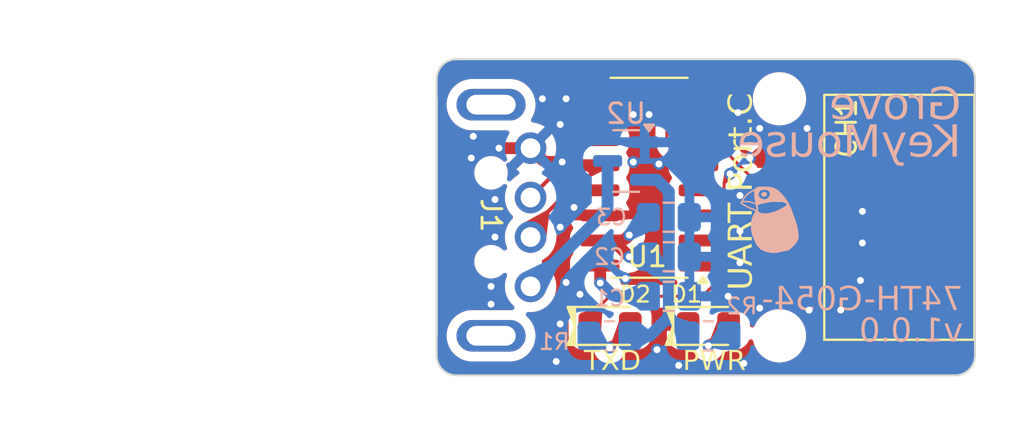
<source format=kicad_pcb>
(kicad_pcb (version 20240108) (generator "pcbnew") (generator_version "8.0")
  (title_block (title "Grove KeyMouse") (rev "v1.0.0") (company "Atsushi Morimoto (@74th)"))
  (layers (0 "F.Cu" signal) (31 "B.Cu" signal) (34 "B.Paste" user) (35 "F.Paste" user) (36 "B.SilkS" user "B.Silkscreen") (37 "F.SilkS" user "F.Silkscreen") (38 "B.Mask" user) (39 "F.Mask" user) (44 "Edge.Cuts" user))
  (net 0 "")
  (net 1 "GND")
  (net 2 "VBUS")
  (net 3 "Net-(U1-V33)")
  (net 4 "/TXD")
  (net 5 "/RXD")
  (net 6 "Net-(D1-A)")
  (net 7 "Net-(D2-A)")
  (net 8 "Net-(J1-VBUS)")
  (net 18 "/USBDM")
  (net 19 "/USBDP")
  (footprint "Package_SO:SOP-16_3.9x9.9mm_P1.27mm" (layer "F.Cu") (at 81 29 180)
    (property "Reference" "U1" (at 0.1 -4 180) (layer "F.SilkS"))
    (property "Value" "CH9329")
    (fp_line (start 0 5.06) (end 1.95 5.06) (stroke (width 0.12)) (layer "F.SilkS"))
    (fp_line (start 0 5.06) (end -1.95 5.06) (stroke (width 0.12)) (layer "F.SilkS"))
    (fp_line (start 0 -5.06) (end 1.95 -5.06) (stroke (width 0.12)) (layer "F.SilkS"))
    (fp_line (start 0 -5.06) (end -1.95 -5.06) (stroke (width 0.12)) (layer "F.SilkS"))
    (fp_poly (pts (xy -2.725 -5.005) (xy -2.965 -5.335) (xy -2.485 -5.335) (xy -2.725 -5.005)) (stroke (width 0.12)) (fill solid) (layer "F.SilkS"))
    (pad "1" smd roundrect (at -2.5 -4.445 180) (size 2 0.6) (layers "F.Cu" "F.Paste" "F.Mask"))
    (pad "2" smd roundrect (at -2.5 -3.175 180) (size 2 0.6) (layers "F.Cu" "F.Paste" "F.Mask"))
    (pad "3" smd roundrect (at -2.5 -1.905 180) (size 2 0.6) (layers "F.Cu" "F.Paste" "F.Mask"))
    (pad "4" smd roundrect (at -2.5 -0.635 180) (size 2 0.6) (layers "F.Cu" "F.Paste" "F.Mask"))
    (pad "5" smd roundrect (at -2.5 0.635 180) (size 2 0.6) (layers "F.Cu" "F.Paste" "F.Mask"))
    (pad "6" smd roundrect (at -2.5 1.905 180) (size 2 0.6) (layers "F.Cu" "F.Paste" "F.Mask"))
    (pad "7" smd roundrect (at -2.5 3.175 180) (size 2 0.6) (layers "F.Cu" "F.Paste" "F.Mask") (net 4 "/TXD"))
    (pad "8" smd roundrect (at -2.5 4.445 180) (size 2 0.6) (layers "F.Cu" "F.Paste" "F.Mask") (net 5 "/RXD"))
    (pad "9" smd roundrect (at 2.5 4.445 180) (size 2 0.6) (layers "F.Cu" "F.Paste" "F.Mask"))
    (pad "10" smd roundrect (at 2.5 3.175 180) (size 2 0.6) (layers "F.Cu" "F.Paste" "F.Mask"))
    (pad "11" smd roundrect (at 2.5 1.905 180) (size 2 0.6) (layers "F.Cu" "F.Paste" "F.Mask"))
    (pad "12" smd roundrect (at 2.5 0.635 180) (size 2 0.6) (layers "F.Cu" "F.Paste" "F.Mask") (net 19 "/USBDP"))
    (pad "13" smd roundrect (at 2.5 -0.635 180) (size 2 0.6) (layers "F.Cu" "F.Paste" "F.Mask") (net 18 "/USBDM"))
    (pad "14" smd roundrect (at 2.5 -1.905 180) (size 2 0.6) (layers "F.Cu" "F.Paste" "F.Mask") (net 1 "GND"))
    (pad "15" smd roundrect (at 2.5 -3.175 180) (size 2 0.6) (layers "F.Cu" "F.Paste" "F.Mask") (net 2 "VBUS"))
    (pad "16" smd roundrect (at 2.5 -4.445 180) (size 2 0.6) (layers "F.Cu" "F.Paste" "F.Mask") (net 3 "Net-(U1-V33)"))
  )
  (footprint "$sparrow62:M2" (layer "F.Cu") (at 87.6 25)
    (property "Reference" "M2" (hide yes))
    (property "Value" "M2")
    (pad "" np_thru_hole circle (at 0 0) (size 2.2 2.2) (drill 2.2) (layers "F&B.Cu" "*.Mask"))
  )
  (footprint "74th:LED_0805_2012" (layer "F.Cu") (at 79.025 36.5)
    (property "Reference" "D2" (at 1.275 -1.6 0) (layer "F.SilkS") (effects (font (size 0.8 0.8) (thickness 0.12))))
    (property "Value" "LED" (hide yes))
    (fp_line (start -1.78 -0.96) (end -1.78 0.96) (stroke (width 0.12)) (layer "F.SilkS"))
    (fp_line (start -1.78 0.96) (end 1 0.96) (stroke (width 0.12)) (layer "F.SilkS"))
    (fp_line (start 1 -0.96) (end -1.78 -0.96) (stroke (width 0.12)) (layer "F.SilkS"))
    (fp_poly (pts (xy -1.78 -0.96) (xy -2.15 -0.96) (xy -1.78 0)) (stroke (width 0.12)) (fill solid) (layer "F.SilkS"))
    (fp_poly (pts (xy -1.78 0.96) (xy -2.15 0.96) (xy -1.78 0)) (stroke (width 0.12)) (fill solid) (layer "F.SilkS"))
    (pad "1" smd roundrect (at -1.025 0) (size 1.15 1.4) (layers "F.Cu" "F.Paste" "F.Mask") (roundrect_rratio 0.217391) (net 4 "/TXD"))
    (pad "2" smd roundrect (at 1.025 0) (size 1.15 1.4) (layers "F.Cu" "F.Paste" "F.Mask") (roundrect_rratio 0.217391) (net 6 "Net-(D1-A)"))
  )
  (footprint "$sparrow62:M2" (layer "F.Cu") (at 87.6 37)
    (property "Reference" "M1" (hide yes))
    (property "Value" "M2")
    (pad "" np_thru_hole circle (at 0 0) (size 2.2 2.2) (drill 2.2) (layers "F&B.Cu" "*.Mask"))
  )
  (footprint "74th:LED_0805_2012" (layer "F.Cu") (at 84 36.5)
    (property "Reference" "D1" (at -1.1 -1.6 0) (layer "F.SilkS") (effects (font (size 0.8 0.8) (thickness 0.12))))
    (property "Value" "Red" (hide yes))
    (fp_line (start -1.78 -0.96) (end -1.78 0.96) (stroke (width 0.12)) (layer "F.SilkS"))
    (fp_line (start -1.78 0.96) (end 1 0.96) (stroke (width 0.12)) (layer "F.SilkS"))
    (fp_line (start 1 -0.96) (end -1.78 -0.96) (stroke (width 0.12)) (layer "F.SilkS"))
    (fp_poly (pts (xy -1.78 -0.96) (xy -2.15 -0.96) (xy -1.78 0)) (stroke (width 0.12)) (fill solid) (layer "F.SilkS"))
    (fp_poly (pts (xy -1.78 0.96) (xy -2.15 0.96) (xy -1.78 0)) (stroke (width 0.12)) (fill solid) (layer "F.SilkS"))
    (pad "1" smd roundrect (at -1.025 0) (size 1.15 1.4) (layers "F.Cu" "F.Paste" "F.Mask") (roundrect_rratio 0.217391) (net 1 "GND"))
    (pad "2" smd roundrect (at 1.025 0) (size 1.15 1.4) (layers "F.Cu" "F.Paste" "F.Mask") (roundrect_rratio 0.217391) (net 7 "Net-(D2-A)"))
  )
  (footprint "74th:Connector_HY-2.0_SMD_4Pin" (layer "F.Cu") (at 88.17 31 90)
    (property "Reference" "CH1" (at 4.5 2.83 90) (layer "F.SilkS"))
    (property "Value" "UART Port.C" (at 1.3 -2.47 90) (layer "F.SilkS") (effects (font (size 1.2 1.2))))
    (fp_rect (start -6.2 1.7) (end 6.2 9.3) (stroke (width 0.12)) (fill none) (layer "F.SilkS"))
    (pad "" smd rect (at -5.4 7.5 270) (size 1.5 3.6) (layers "F.Cu" "F.Paste" "F.Mask"))
    (pad "" smd rect (at 5.4 7.5 270) (size 1.5 3.6) (layers "F.Cu" "F.Paste" "F.Mask"))
    (pad "1" smd rect (at 3 0 270) (size 1 3.4) (layers "F.Cu" "F.Paste" "F.Mask") (net 4 "/TXD"))
    (pad "2" smd rect (at 1 0 270) (size 1 3.4) (layers "F.Cu" "F.Paste" "F.Mask") (net 5 "/RXD"))
    (pad "3" smd rect (at -1 0 270) (size 1 3.4) (layers "F.Cu" "F.Paste" "F.Mask"))
    (pad "4" smd rect (at -3 0 270) (size 1 3.4) (layers "F.Cu" "F.Paste" "F.Mask") (net 1 "GND"))
  )
  (footprint "74th:Connector_USB-A-Plug_TH" (layer "F.Cu") (at 73 31 -90)
    (property "Reference" "J1" (at -0.1 0 -90) (layer "F.SilkS"))
    (property "Value" "USB_TypeA-2.0_Plug")
    (fp_line (start -6 2.75) (end 6 2.75) (stroke (width 0.12)) (layer "Edge.Cuts"))
    (pad "" thru_hole oval (at -5.7 0 270) (size 1.6 3.5) (drill oval 1 2.5) (layers "*.Cu" "*.Mask"))
    (pad "" np_thru_hole circle (at -2.25 0 270) (size 1.2 1.2) (drill 1.2) (layers "F&B.Cu" "*.Mask"))
    (pad "" np_thru_hole circle (at 2.25 0 270) (size 1.2 1.2) (drill 1.2) (layers "F&B.Cu" "*.Mask"))
    (pad "" thru_hole oval (at 6 0 270) (size 1.6 3.5) (drill oval 1 2.5) (layers "*.Cu" "*.Mask"))
    (pad "1" thru_hole circle (at 3.5 -2 270) (size 1.6 1.6) (drill 1) (layers "*.Cu" "*.Mask") (net 8 "Net-(J1-VBUS)"))
    (pad "2" thru_hole circle (at 1 -2 270) (size 1.6 1.6) (drill 1) (layers "*.Cu" "*.Mask") (net 18 "/USBDM"))
    (pad "3" thru_hole circle (at -1 -2 270) (size 1.6 1.6) (drill 1) (layers "*.Cu" "*.Mask") (net 19 "/USBDP"))
    (pad "4" thru_hole circle (at -3.5 -2 270) (size 1.6 1.6) (drill 1) (layers "*.Cu" "*.Mask") (net 1 "GND"))
  )
  (footprint "Package_TO_SOT_SMD:SOT-23" (layer "B.Cu") (at 79.8375 28.15 180)
    (property "Reference" "U2" (at 0 2.4 0) (layer "B.SilkS") (effects (justify mirror)))
    (property "Value" "CH213K")
    (fp_line (start 0.65 1.56) (end 0 1.56) (stroke (width 0.12)) (layer "B.SilkS"))
    (fp_line (start 0.65 -1.56) (end 0 -1.56) (stroke (width 0.12)) (layer "B.SilkS"))
    (fp_line (start -0.65 1.56) (end 0 1.56) (stroke (width 0.12)) (layer "B.SilkS"))
    (fp_line (start -0.65 -1.56) (end 0 -1.56) (stroke (width 0.12)) (layer "B.SilkS"))
    (fp_poly (pts (xy -1.1625 1.51) (xy -1.4025 1.84) (xy -0.9225 1.84) (xy -1.1625 1.51)) (stroke (width 0.12)) (fill solid) (layer "B.SilkS"))
    (pad "1" smd roundrect (at -0.9375 0.95 180) (size 1.475 0.6) (layers "B.Cu" "B.Paste" "B.Mask") (net 1 "GND"))
    (pad "2" smd roundrect (at -0.9375 -0.95 180) (size 1.475 0.6) (layers "B.Cu" "B.Paste" "B.Mask") (net 2 "VBUS"))
    (pad "3" smd roundrect (at 0.9375 0 180) (size 1.475 0.6) (layers "B.Cu" "B.Paste" "B.Mask") (net 8 "Net-(J1-VBUS)"))
  )
  (footprint "74th:Capacitor_0805_2012" (layer "B.Cu") (at 82 35)
    (property "Reference" "C1" (at -3 0.1 0) (layer "B.SilkS") (effects (font (size 0.8 0.8) (thickness 0.12)) (justify mirror)))
    (property "Value" "100n" (hide yes))
    (fp_line (start 0.261252 -0.735) (end -0.261252 -0.735) (stroke (width 0.12)) (layer "B.SilkS"))
    (fp_line (start 0.261252 0.735) (end -0.261252 0.735) (stroke (width 0.12)) (layer "B.SilkS"))
    (pad "1" smd roundrect (at -1.0375 0) (size 1.175 1.45) (layers "B.Cu" "B.Paste" "B.Mask") (roundrect_rratio 0.212766) (net 3 "Net-(U1-V33)"))
    (pad "2" smd roundrect (at 1.0375 0) (size 1.175 1.45) (layers "B.Cu" "B.Paste" "B.Mask") (roundrect_rratio 0.212766) (net 1 "GND"))
  )
  (footprint "74th:Capacitor_0805_2012" (layer "B.Cu") (at 82 31)
    (property "Reference" "C3" (at -2.9 0 0) (layer "B.SilkS") (effects (font (size 0.8 0.8) (thickness 0.12)) (justify mirror)))
    (property "Value" "1u" (hide yes))
    (fp_line (start 0.261252 -0.735) (end -0.261252 -0.735) (stroke (width 0.12)) (layer "B.SilkS"))
    (fp_line (start 0.261252 0.735) (end -0.261252 0.735) (stroke (width 0.12)) (layer "B.SilkS"))
    (pad "1" smd roundrect (at -1.0375 0) (size 1.175 1.45) (layers "B.Cu" "B.Paste" "B.Mask") (roundrect_rratio 0.212766) (net 2 "VBUS"))
    (pad "2" smd roundrect (at 1.0375 0) (size 1.175 1.45) (layers "B.Cu" "B.Paste" "B.Mask") (roundrect_rratio 0.212766) (net 1 "GND"))
  )
  (footprint "74th:Register_0805_2012" (layer "B.Cu") (at 79 37 180)
    (property "Reference" "R1" (at 2.8 -0.3 0) (layer "B.SilkS") (effects (font (size 0.8 0.8) (thickness 0.12)) (justify mirror)))
    (property "Value" "10k" (hide yes))
    (fp_line (start 0.227064 0.735) (end -0.227064 0.735) (stroke (width 0.12)) (layer "B.SilkS"))
    (fp_line (start 0.227064 -0.735) (end -0.227064 -0.735) (stroke (width 0.12)) (layer "B.SilkS"))
    (pad "1" smd roundrect (at -1.0375 0 180) (size 1.175 1.45) (layers "B.Cu" "B.Paste" "B.Mask") (roundrect_rratio 0.208333) (net 2 "VBUS"))
    (pad "2" smd roundrect (at 1.0375 0 180) (size 1.175 1.45) (layers "B.Cu" "B.Paste" "B.Mask") (roundrect_rratio 0.208333) (net 6 "Net-(D1-A)"))
  )
  (footprint "74th:Capacitor_0805_2012" (layer "B.Cu") (at 82 33)
    (property "Reference" "C2" (at -3 0 0) (layer "B.SilkS") (effects (font (size 0.8 0.8) (thickness 0.12)) (justify mirror)))
    (property "Value" "100n" (hide yes))
    (fp_line (start 0.261252 -0.735) (end -0.261252 -0.735) (stroke (width 0.12)) (layer "B.SilkS"))
    (fp_line (start 0.261252 0.735) (end -0.261252 0.735) (stroke (width 0.12)) (layer "B.SilkS"))
    (pad "1" smd roundrect (at -1.0375 0) (size 1.175 1.45) (layers "B.Cu" "B.Paste" "B.Mask") (roundrect_rratio 0.212766) (net 2 "VBUS"))
    (pad "2" smd roundrect (at 1.0375 0) (size 1.175 1.45) (layers "B.Cu" "B.Paste" "B.Mask") (roundrect_rratio 0.212766) (net 1 "GND"))
  )
  (footprint "74th:Register_0805_2012" (layer "B.Cu") (at 84 37)
    (property "Reference" "R2" (at 1.7 -1.5 0) (layer "B.SilkS") (effects (font (size 0.8 0.8) (thickness 0.12)) (justify mirror)))
    (property "Value" "5.1kR" (hide yes))
    (fp_line (start 0.227064 -0.735) (end -0.227064 -0.735) (stroke (width 0.12)) (layer "B.SilkS"))
    (fp_line (start 0.227064 0.735) (end -0.227064 0.735) (stroke (width 0.12)) (layer "B.SilkS"))
    (pad "1" smd roundrect (at -1.0375 0) (size 1.175 1.45) (layers "B.Cu" "B.Paste" "B.Mask") (roundrect_rratio 0.208333) (net 2 "VBUS"))
    (pad "2" smd roundrect (at 1.0375 0) (size 1.175 1.45) (layers "B.Cu" "B.Paste" "B.Mask") (roundrect_rratio 0.208333) (net 7 "Net-(D2-A)"))
  )
  (footprint "74th:Logo_74th_4mm" (layer "B.Cu") (at 87.2 31.3 180)
    (property "Reference" "MISC-ICON" (hide yes))
    (property "Value" "LOGO" (hide yes))
    (fp_poly (pts (xy 0.399165 1.581118) (xy 0.420822 1.576964) (xy 0.439946 1.567833) (xy 0.453666 1.55869) (xy 0.487621 1.530623) (xy 0.508813 1.502115) (xy 0.519752 1.469431) (xy 0.521463 1.457794) (xy 0.523017 1.436743) (xy 0.520177 1.42204) (xy 0.510515 1.408073) (xy 0.491924 1.389535) (xy 0.468598 1.369727) (xy 0.44494 1.353334) (xy 0.432537 1.346784) (xy 0.392312 1.337093) (xy 0.348961 1.338191) (xy 0.309286 1.349718) (xy 0.301534 1.353728) (xy 0.267487 1.378858) (xy 0.246763 1.409139) (xy 0.237154 1.448006) (xy 0.236531 1.454844) (xy 0.239228 1.499629) (xy 0.254394 1.535203) (xy 0.281555 1.561108) (xy 0.320236 1.576886) (xy 0.36846 1.582082)) (fill solid) (layer "B.SilkS"))
    (fp_poly (pts (xy 0.519394 1.851859) (xy 0.58367 1.850197) (xy 0.636187 1.846941) (xy 0.678871 1.841644) (xy 0.713646 1.833862) (xy 0.742438 1.82315) (xy 0.767173 1.809064) (xy 0.789776 1.791158) (xy 0.812173 1.768988) (xy 0.814864 1.766099) (xy 0.83959 1.741489) (xy 0.864419 1.722369) (xy 0.894592 1.705192) (xy 0.927539 1.689828) (xy 1.042763 1.632057) (xy 1.150334 1.564234) (xy 1.247405 1.488246) (xy 1.287831 1.450989) (xy 1.333186 1.403532) (xy 1.378775 1.349886) (xy 1.421345 1.294259) (xy 1.457644 1.240857) (xy 1.480139 1.202263) (xy 1.500112 1.16538) (xy 1.521379 1.12781) (xy 1.54059 1.095412) (xy 1.548323 1.083068) (xy 1.5625 1.059484) (xy 1.571766 1.040912) (xy 1.574217 1.031193) (xy 1.574119 1.030997) (xy 1.57638 1.023359) (xy 1.580126 1.021331) (xy 1.585245 1.019255) (xy 1.586478 1.016385) (xy 1.581976 1.010855) (xy 1.56989 1.000799) (xy 1.548369 0.984351) (xy 1.529048 0.969803) (xy 1.483218 0.937689) (xy 1.425368 0.901051) (xy 1.357915 0.861354) (xy 1.283271 0.820062) (xy 1.273515 0.81484) (xy 1.245891 0.80068) (xy 1.211051 0.783669) (xy 1.171821 0.765089) (xy 1.131026 0.746225) (xy 1.091489 0.728361) (xy 1.056036 0.712778) (xy 1.027492 0.700762) (xy 1.008681 0.693596) (xy 1.003611 0.692201) (xy 0.990335 0.687594) (xy 0.987804 0.685703) (xy 0.977172 0.683677) (xy 0.971952 0.68501) (xy 0.962387 0.684363) (xy 0.960996 0.680811) (xy 0.955303 0.675796) (xy 0.949277 0.676904) (xy 0.939254 0.676347) (xy 0.937557 0.672292) (xy 0.932996 0.666715) (xy 0.930115 0.667781) (xy 0.920337 0.665942) (xy 0.902913 0.656376) (xy 0.887906 0.645841) (xy 0.864545 0.629862) (xy 0.842696 0.617924) (xy 0.832844 0.614209) (xy 0.817868 0.608324) (xy 0.81255 0.60261) (xy 0.816625 0.593608) (xy 0.827533 0.575001) (xy 0.843296 0.550088) (xy 0.851701 0.537314) (xy 0.902322 0.453492) (xy 0.947044 0.363938) (xy 0.983956 0.273072) (xy 1.011144 0.185318) (xy 1.019364 0.149669) (xy 1.028545 0.092127) (xy 1.035472 0.023098) (xy 1.04005 -0.053431) (xy 1.04219 -0.133472) (xy 1.041798 -0.213036) (xy 1.038782 -0.288136) (xy 1.033051 -0.354784) (xy 1.031323 -0.368615) (xy 1.02372 -0.420185) (xy 1.014904 -0.468115) (xy 1.004121 -0.514759) (xy 0.990614 -0.562473) (xy 0.973631 -0.613611) (xy 0.952415 -0.67053) (xy 0.926211 -0.735583) (xy 0.894266 -0.811126) (xy 0.875761 -0.853893) (xy 0.856627 -0.898061) (xy 0.83982 -0.937222) (xy 0.826273 -0.969171) (xy 0.816921 -0.991701) (xy 0.812698 -1.002606) (xy 0.81255 -1.003224) (xy 0.808401 -1.011196) (xy 0.797416 -1.028689) (xy 0.781786 -1.05247) (xy 0.7637 -1.079304) (xy 0.745349 -1.10596) (xy 0.728924 -1.129202) (xy 0.716615 -1.145797) (xy 0.712805 -1.150461) (xy 0.705277 -1.160871) (xy 0.705424 -1.164134) (xy 0.702695 -1.169085) (xy 0.691122 -1.18212) (xy 0.673143 -1.200509) (xy 0.671476 -1.202155) (xy 0.652228 -1.221827) (xy 0.638389 -1.237351) (xy 0.632858 -1.24547) (xy 0.632851 -1.245584) (xy 0.628361 -1.254281) (xy 0.61686 -1.270676) (xy 0.607459 -1.282862) (xy 0.573915 -1.31391) (xy 0.535189 -1.335954) (xy 0.502635 -1.351883) (xy 0.468925 -1.370205) (xy 0.450117 -1.381473) (xy 0.417095 -1.398973) (xy 0.372824 -1.417424) (xy 0.321494 -1.435368) (xy 0.267294 -1.45135) (xy 0.214416 -1.463913) (xy 0.21095 -1.464611) (xy 0.171588 -1.473065) (xy 0.128366 -1.483287) (xy 0.096468 -1.491512) (xy 0.044695 -1.501916) (xy -0.019315 -1.508652) (xy -0.092571 -1.511554) (xy -0.172082 -1.510457) (xy -0.210951 -1.508502) (xy -0.256899 -1.504602) (xy -0.300575 -1.498317) (xy -0.347135 -1.488696) (xy -0.401734 -1.474784) (xy -0.418986 -1.470039) (xy -0.510819 -1.446052) (xy -0.593934 -1.427918) (xy -0.673633 -1.414588) (xy -0.739757 -1.406546) (xy -0.791883 -1.398014) (xy -0.840713 -1.382378) (xy -0.864765 -1.372058) (xy -0.891263 -1.359609) (xy -0.910313 -1.349984) (xy -0.919117 -1.344629) (xy -0.919022 -1.343998) (xy -0.916579 -1.339668) (xy -0.926538 -1.327579) (xy -0.948168 -1.308432) (xy -0.980736 -1.282932) (xy -0.989761 -1.276194) (xy -1.031279 -1.241672) (xy -1.078037 -1.196485) (xy -1.12758 -1.143567) (xy -1.177455 -1.085854) (xy -1.225208 -1.026279) (xy -1.268383 -0.967778) (xy -1.304528 -0.913285) (xy -1.328484 -0.871147) (xy -1.344006 -0.838326) (xy -1.355571 -0.807185) (xy -1.363643 -0.774688) (xy -1.368684 -0.737799) (xy -1.371158 -0.693482) (xy -1.371529 -0.638701) (xy -1.370812 -0.593786) (xy -1.3645 -0.495274) (xy -1.349791 -0.385193) (xy -1.327029 -0.264927) (xy -1.296555 -0.135861) (xy -1.258711 0.000619) (xy -1.213839 0.14313) (xy -1.162282 0.290286) (xy -1.133708 0.366199) (xy -1.116917 0.410584) (xy -1.102569 0.450025) (xy -1.091462 0.482206) (xy -1.084391 0.504808) (xy -1.082152 0.515516) (xy -1.082268 0.515931) (xy -1.080338 0.523654) (xy -1.077893 0.524872) (xy -1.070864 0.533905) (xy -1.068369 0.545072) (xy -1.065091 0.558757) (xy -1.061148 0.562535) (xy -1.058282 0.568328) (xy -1.05974 0.574255) (xy -1.059511 0.584295) (xy -1.055834 0.585974) (xy -1.050819 0.591667) (xy -1.051927 0.597693) (xy -1.051698 0.607734) (xy -1.048021 0.609413) (xy -1.043006 0.615106) (xy -1.044114 0.621132) (xy -1.043885 0.631173) (xy -1.040208 0.632852) (xy -1.035193 0.638545) (xy -1.036302 0.644571) (xy -1.035744 0.654594) (xy -1.031689 0.656291) (xy -1.026246 0.661028) (xy -1.027407 0.664104) (xy -1.027537 0.671336) (xy -1.025264 0.671917) (xy -1.018958 0.6782) (xy -1.018292 0.682846) (xy -1.014597 0.700545) (xy -1.004242 0.729603) (xy -0.988322 0.767813) (xy -0.967932 0.812968) (xy -0.944168 0.862862) (xy -0.918125 0.915287) (xy -0.899237 0.951881) (xy -0.774729 0.951881) (xy -0.7632 0.932436) (xy -0.739381 0.907849) (xy -0.704207 0.878848) (xy -0.658614 0.846165) (xy -0.603536 0.810531) (xy -0.539909 0.772677) (xy -0.492218 0.746031) (xy -0.344691 0.671557) (xy -0.198527 0.609605) (xy -0.055543 0.560901) (xy 0.026786 0.538625) (xy 0.08342 0.52533) (xy 0.130992 0.515599) (xy 0.173946 0.508953) (xy 0.216726 0.504912) (xy 0.263776 0.502993) (xy 0.319541 0.502718) (xy 0.35549 0.503092) (xy 0.405859 0.503989) (xy 0.443625 0.505321) (xy 0.471813 0.507425) (xy 0.493447 0.510636) (xy 0.511549 0.515289) (xy 0.529144 0.521719) (xy 0.531282 0.522592) (xy 0.560488 0.536096) (xy 0.595036 0.554201) (xy 0.626028 0.572139) (xy 0.677803 0.604006) (xy 0.680366 0.670822) (xy 0.765672 0.670822) (xy 0.822316 0.701642) (xy 0.859197 0.719698) (xy 0.900922 0.737134) (xy 0.937557 0.749885) (xy 0.975923 0.762814) (xy 1.02414 0.781359) (xy 1.078255 0.803816) (xy 1.134318 0.828477) (xy 1.188375 0.853638) (xy 1.236473 0.877592) (xy 1.250076 0.884786) (xy 1.292208 0.908007) (xy 1.335254 0.932671) (xy 1.377057 0.957438) (xy 1.415457 0.980966) (xy 1.448293 1.001913) (xy 1.473407 1.018937) (xy 1.488639 1.030698) (xy 1.492279 1.03524) (xy 1.490641 1.044534) (xy 1.48445 1.051484) (xy 1.471789 1.056418) (xy 1.450742 1.059663) (xy 1.419392 1.061547) (xy 1.375822 1.062398) (xy 1.332503 1.062555) (xy 1.257335 1.061575) (xy 1.193652 1.058288) (xy 1.137412 1.052155) (xy 1.084575 1.042637) (xy 1.0311 1.029194) (xy 0.990283 1.016893) (xy 0.95424 1.006027) (xy 0.919408 0.996525) (xy 0.891389 0.989879) (xy 0.882866 0.988278) (xy 0.858415 0.983332) (xy 0.839058 0.977678) (xy 0.834699 0.975796) (xy 0.824013 0.963379) (xy 0.812268 0.938581) (xy 0.800295 0.90453) (xy 0.788923 0.864358) (xy 0.778984 0.821194) (xy 0.77131 0.778167) (xy 0.76673 0.738407) (xy 0.765807 0.716294) (xy 0.765672 0.670822) (xy 0.680366 0.670822) (xy 0.681877 0.710232) (xy 0.68429 0.753711) (xy 0.687926 0.795536) (xy 0.692312 0.831193) (xy 0.696972 0.856168) (xy 0.697411 0.85782) (xy 0.708871 0.899183) (xy 0.685424 0.911308) (xy 0.65061 0.927748) (xy 0.610802 0.943381) (xy 0.564414 0.958631) (xy 0.509862 0.973924) (xy 0.445561 0.989685) (xy 0.369924 1.006338) (xy 0.281367 1.024308) (xy 0.218763 1.036396) (xy 0.1908 1.041711) (xy 0.820363 1.041711) (xy 0.822054 1.035208) (xy 0.828463 1.032507) (xy 0.841593 1.03403) (xy 0.863447 1.040196) (xy 0.896027 1.051427) (xy 0.935066 1.065798) (xy 0.991401 1.085937) (xy 1.041008 1.10125) (xy 1.087985 1.112489) (xy 1.136428 1.120406) (xy 1.190433 1.125755) (xy 1.254097 1.129288) (xy 1.287188 1.130492) (xy 1.332434 1.132113) (xy 1.371762 1.133824) (xy 1.402725 1.135496) (xy 1.422875 1.136996) (xy 1.429775 1.138157) (xy 1.425696 1.150035) (xy 1.414846 1.171236) (xy 1.39931 1.198206) (xy 1.381171 1.22739) (xy 1.362512 1.255236) (xy 1.355002 1.265703) (xy 1.327364 1.300225) (xy 1.292004 1.339925) (xy 1.251962 1.381789) (xy 1.21028 1.422802) (xy 1.169999 1.45995) (xy 1.134161 1.490219) (xy 1.111813 1.506736) (xy 1.084678 1.523962) (xy 1.05151 1.543585) (xy 1.01522 1.564052) (xy 0.978719 1.58381) (xy 0.944919 1.601306) (xy 0.916729 1.614985) (xy 0.897062 1.623296) (xy 0.890004 1.625089) (xy 0.886082 1.622668) (xy 0.883142 1.614171) (xy 0.881037 1.597737) (xy 0.879624 1.571501) (xy 0.878755 1.533601) (xy 0.878286 1.482172) (xy 0.878248 1.474689) (xy 0.877821 1.420455) (xy 0.876828 1.37758) (xy 0.874833 1.341794) (xy 0.871401 1.308832) (xy 0.866093 1.274424) (xy 0.858475 1.234304) (xy 0.848949 1.188204) (xy 0.839698 1.143596) (xy 0.831694 1.103933) (xy 0.825461 1.071889) (xy 0.82152 1.050143) (xy 0.820363 1.041711) (xy 0.1908 1.041711) (xy 0.019532 1.074265) (xy -0.261735 1.074275) (xy -0.335766 1.074244) (xy -0.396041 1.07408) (xy -0.444428 1.073681) (xy -0.482798 1.072948) (xy -0.51302 1.071779) (xy -0.536963 1.070075) (xy -0.556497 1.067735) (xy -0.573492 1.064658) (xy -0.589816 1.060745) (xy -0.60734 1.055895) (xy -0.608117 1.055673) (xy -0.648162 1.041613) (xy -0.689321 1.02276) (xy -0.727276 1.001476) (xy -0.75771 0.980124) (xy -0.773032 0.96545) (xy -0.774729 0.951881) (xy -0.899237 0.951881) (xy -0.890898 0.968036) (xy -0.863582 1.018903) (xy -0.837273 1.065681) (xy -0.813065 1.106163) (xy -0.793005 1.136789) (xy -0.77551 1.162057) (xy -0.752384 1.195828) (xy -0.726688 1.233619) (xy -0.702386 1.269601) (xy -0.678095 1.304402) (xy -0.651801 1.339222) (xy -0.621937 1.375866) (xy -0.586937 1.416139) (xy -0.545233 1.461849) (xy -0.497753 1.512155) (xy 0.089225 1.512155) (xy 0.092186 1.459923) (xy 0.093791 1.449085) (xy 0.109502 1.387711) (xy 0.136306 1.335607) (xy 0.175859 1.289593) (xy 0.177449 1.288095) (xy 0.223679 1.250323) (xy 0.268844 1.22595) (xy 0.316104 1.214215) (xy 0.36862 1.214355) (xy 0.429555 1.225608) (xy 0.432952 1.226468) (xy 0.502915 1.250026) (xy 0.560012 1.281515) (xy 0.603944 1.320694) (xy 0.634413 1.367325) (xy 0.645587 1.396958) (xy 0.654385 1.453045) (xy 0.648259 1.507014) (xy 0.627889 1.557567) (xy 0.593954 1.603409) (xy 0.547133 1.643243) (xy 0.502989 1.668878) (xy 0.485448 1.677077) (xy 0.469994 1.682628) (xy 0.453176 1.685932) (xy 0.431544 1.687386) (xy 0.401647 1.687389) (xy 0.360034 1.686342) (xy 0.353595 1.686149) (xy 0.298222 1.683511) (xy 0.255084 1.678706) (xy 0.220835 1.67075) (xy 0.192128 1.65866) (xy 0.165617 1.641453) (xy 0.145697 1.625068) (xy 0.115148 1.591907) (xy 0.096602 1.555209) (xy 0.089225 1.512155) (xy -0.497753 1.512155) (xy -0.495258 1.514799) (xy -0.438644 1.573505) (xy -0.354714 1.650899) (xy -0.266101 1.714449) (xy -0.170237 1.765795) (xy -0.082981 1.800435) (xy -0.043247 1.813301) (xy -0.004579 1.823934) (xy 0.035008 1.83253) (xy 0.077503 1.839287) (xy 0.124892 1.8444) (xy 0.179163 1.848068) (xy 0.242302 1.850486) (xy 0.316297 1.851851) (xy 0.403134 1.852361) (xy 0.441433 1.852369)) (fill solid) (layer "B.SilkS"))
  )
  (gr_arc (start 97.5 38) (mid 97.207107 38.707107) (end 96.5 39) (stroke (width 0.1)) (layer "Edge.Cuts"))
  (gr_arc (start 70.25 24) (mid 70.542893 23.292893) (end 71.25 23) (stroke (width 0.1)) (layer "Edge.Cuts"))
  (gr_line (start 97.5 24) (end 97.5 38) (stroke (width 0.1)) (layer "Edge.Cuts"))
  (gr_line (start 70.25 25) (end 70.25 24) (stroke (width 0.1)) (layer "Edge.Cuts"))
  (gr_arc (start 71.25 39) (mid 70.542893 38.707107) (end 70.25 38) (stroke (width 0.1)) (layer "Edge.Cuts"))
  (gr_line (start 71.25 39) (end 96.5 39) (stroke (width 0.1)) (layer "Edge.Cuts"))
  (gr_line (start 70.25 38) (end 70.25 37) (stroke (width 0.1)) (layer "Edge.Cuts"))
  (gr_line (start 71.25 23) (end 96.5 23) (stroke (width 0.1)) (layer "Edge.Cuts"))
  (gr_arc (start 96.5 23) (mid 97.207107 23.292893) (end 97.5 24) (stroke (width 0.1)) (layer "Edge.Cuts"))
  (gr_text "Grove" (at 96.8 26.3 0) (layer "B.SilkS") (effects (font (size 1.6 1.6) (thickness 0.12)) (justify left bottom mirror)))
  (gr_text "${REVISION}" (at 96.9 37.5 0) (layer "B.SilkS") (effects (font (size 1.2 1.2) (thickness 0.12)) (justify left bottom mirror)))
  (gr_text "KeyMouse" (at 96.8 28.2 0) (layer "B.SilkS") (effects (font (size 1.6 1.6) (thickness 0.12)) (justify left bottom mirror)))
  (gr_text "74TH-G054-" (at 96.9 35.9 0) (layer "B.SilkS") (effects (font (size 1.2 1.2) (thickness 0.12)) (justify left bottom mirror)))
  (gr_text "TXD" (at 77.7 38.9 0) (layer "F.SilkS") (effects (font (size 1 1) (thickness 0.12)) (justify left bottom)))
  (gr_text "PWR" (at 82.7 38.9 0) (layer "F.SilkS") (effects (font (size 1 1) (thickness 0.12)) (justify left bottom)))
  (segment (start 75.907107 28.2) (end 76.6 28.2) (width 0.6) (layer "F.Cu") (net 1))
  (segment (start 75 27.5) (end 75.553554 28.053554) (width 0.6) (layer "F.Cu") (net 1))
  (segment (start 73.4 27.5) (end 75 27.5) (width 0.6) (layer "F.Cu") (net 1))
  (via (at 82.5 38.5) (size 0.6) (drill 0.35) (layers "F.Cu" "B.Cu") (net 1))
  (via (at 76.3 38.3) (size 0.6) (drill 0.35) (layers "F.Cu" "B.Cu") (net 1))
  (via (at 90.7 35.7) (size 0.6) (drill 0.35) (layers "F.Cu" "B.Cu") (net 1))
  (via (at 81.4 37.7) (size 0.6) (drill 0.35) (layers "F.Cu" "B.Cu") (net 1))
  (via (at 77.2 30.5) (size 0.6) (drill 0.35) (layers "F.Cu" "B.Cu") (net 1))
  (via (at 79.8 34.1) (size 0.6) (drill 0.35) (layers "F.Cu" "B.Cu") (net 1))
  (via (at 72 28) (size 0.6) (drill 0.35) (layers "F.Cu" "B.Cu") (net 1))
  (via (at 76.8 34.3) (size 0.6) (drill 0.35) (layers "F.Cu" "B.Cu") (net 1))
  (via (at 85.5 25.7) (size 0.6) (drill 0.35) (layers "F.Cu" "B.Cu") (net 1))
  (via (at 72.1 26.9) (size 0.6) (drill 0.35) (layers "F.Cu" "B.Cu") (net 1))
  (via (at 73.2 32) (size 0.6) (drill 0.35) (layers "F.Cu" "B.Cu") (net 1))
  (via (at 91.7 34.2) (size 0.6) (drill 0.35) (layers "F.Cu" "B.Cu") (net 1))
  (via (at 85.8 38.4) (size 0.6) (drill 0.35) (layers "F.Cu" "B.Cu") (net 1))
  (via (at 81 25.8) (size 0.6) (drill 0.35) (layers "F.Cu" "B.Cu") (net 1))
  (via (at 91.8 32.3) (size 0.6) (drill 0.35) (layers "F.Cu" "B.Cu") (net 1))
  (via (at 85 35) (size 0.6) (drill 0.35) (layers "F.Cu" "B.Cu") (net 1))
  (via (at 80.2 28.2) (size 0.6) (drill 0.35) (layers "F.Cu" "B.Cu") (net 1))
  (via (at 85.6 31.7) (size 0.6) (drill 0.35) (layers "F.Cu" "B.Cu") (net 1))
  (via (at 76.5 31.5) (size 0.6) (drill 0.35) (layers "F.Cu" "B.Cu") (net 1))
  (via (at 85.6 33.3) (size 0.6) (drill 0.35) (layers "F.Cu" "B.Cu") (net 1))
  (via (at 76.5 26.3) (size 0.6) (drill 0.35) (layers "F.Cu" "B.Cu") (net 1))
  (via (at 73.4 27.5) (size 0.6) (drill 0.35) (layers "F.Cu" "B.Cu") (net 1))
  (via (at 76.6 28.2) (size 0.6) (drill 0.35) (layers "F.Cu" "B.Cu") (net 1))
  (via (at 76.8 25) (size 0.6) (drill 0.35) (layers "F.Cu" "B.Cu") (net 1))
  (via (at 91.8 30.7) (size 0.6) (drill 0.35) (layers "F.Cu" "B.Cu") (net 1))
  (via (at 73 34.5) (size 0.6) (drill 0.35) (layers "F.Cu" "B.Cu") (net 1))
  (via (at 89.1 35.7) (size 0.6) (drill 0.35) (layers "F.Cu" "B.Cu") (net 1))
  (via (at 85.6 29.9) (size 0.6) (drill 0.35) (layers "F.Cu" "B.Cu") (net 1))
  (via (at 75.6 25) (size 0.6) (drill 0.35) (layers "F.Cu" "B.Cu") (net 1))
  (via (at 80.2 25.8) (size 0.6) (drill 0.35) (layers "F.Cu" "B.Cu") (net 1))
  (via (at 89 26.5) (size 0.6) (drill 0.35) (layers "F.Cu" "B.Cu") (net 1))
  (via (at 81.5 28.3) (size 0.6) (drill 0.35) (layers "F.Cu" "B.Cu") (net 1))
  (via (at 73 35.4) (size 0.6) (drill 0.35) (layers "F.Cu" "B.Cu") (net 1))
  (via (at 86.6 35.6) (size 0.6) (drill 0.35) (layers "F.Cu" "B.Cu") (net 1))
  (via (at 76.5 36.4) (size 0.6) (drill 0.35) (layers "F.Cu" "B.Cu") (net 1))
  (via (at 77.5 34.9) (size 0.6) (drill 0.35) (layers "F.Cu" "B.Cu") (net 1))
  (via (at 86.6 26.5) (size 0.6) (drill 0.35) (layers "F.Cu" "B.Cu") (net 1))
  (via (at 73.2 30.1) (size 0.6) (drill 0.35) (layers "F.Cu" "B.Cu") (net 1))
  (arc (start 75.553554 28.053554) (mid 75.715766 28.16194) (end 75.907107 28.2) (width 0.6) (layer "F.Cu") (net 1))
  (segment (start 83.0375 35) (end 82.9 35) (width 0.6) (layer "B.Cu") (net 1))
  (segment (start 83.0375 31) (end 82.807107 31) (width 0.6) (layer "B.Cu") (net 1))
  (segment (start 79.517893 32.175) (end 78.525 32.175) (width 0.6) (layer "F.Cu") (net 2))
  (segment (start 80 33) (end 79.321446 32.321446) (width 0.6) (layer "F.Cu") (net 2))
  (segment (start 80 31.9) (end 79.871446 32.028554) (width 0.6) (layer "F.Cu") (net 2))
  (segment (start 78.967893 32.175) (end 78.525 32.175) (width 0.6) (layer "F.Cu") (net 2))
  (via (at 80 31.9) (size 0.6) (drill 0.35) (layers "F.Cu" "B.Cu") (net 2))
  (via (at 80 33) (size 0.6) (drill 0.35) (layers "F.Cu" "B.Cu") (net 2))
  (arc (start 79.321446 32.321446) (mid 79.159234 32.21306) (end 78.967893 32.175) (width 0.6) (layer "F.Cu") (net 2))
  (arc (start 79.517893 32.175) (mid 79.709234 32.13694) (end 79.871446 32.028554) (width 0.6) (layer "F.Cu") (net 2))
  (segment (start 81.0375 37) (end 82 36.0375) (width 0.6) (layer "B.Cu") (net 2))
  (segment (start 80.9625 33) (end 80.9625 33.1625) (width 0.6) (layer "B.Cu") (net 2))
  (segment (start 81.4 29.1) (end 80.775 29.1) (width 0.6) (layer "B.Cu") (net 2))
  (segment (start 83.316053 37.353553) (end 82.9625 37) (width 0.15) (layer "B.Cu") (net 2))
  (segment (start 82 35.8) (end 82 36.0375) (width 0.6) (layer "B.Cu") (net 2))
  (segment (start 80.9 31) (end 80.9625 31) (width 0.6) (layer "B.Cu") (net 2))
  (segment (start 80.0375 37) (end 81.0375 37) (width 0.6) (layer "B.Cu") (net 2))
  (segment (start 80 31.9) (end 80.9 31) (width 0.6) (layer "B.Cu") (net 2))
  (segment (start 82 35.1) (end 82 35.8) (width 0.6) (layer "B.Cu") (net 2))
  (segment (start 82 34.2) (end 82 35.1) (width 0.6) (layer "B.Cu") (net 2))
  (segment (start 82 36.0375) (end 82.9625 37) (width 0.6) (layer "B.Cu") (net 2))
  (segment (start 80 33) (end 80.9625 33) (width 0.6) (layer "B.Cu") (net 2))
  (segment (start 80.9625 33.1625) (end 82 34.2) (width 0.6) (layer "B.Cu") (net 2))
  (segment (start 82 29.7) (end 81.4 29.1) (width 0.6) (layer "B.Cu") (net 2))
  (segment (start 82 35.1) (end 82 29.7) (width 0.6) (layer "B.Cu") (net 2))
  (segment (start 78.525 34.325) (end 78.525 33.445) (width 0.6) (layer "F.Cu") (net 3))
  (via (at 78.525 34.325) (size 0.6) (drill 0.35) (layers "F.Cu" "B.Cu") (net 3))
  (segment (start 78.525 34.325) (end 79.053554 34.853554) (width 0.6) (layer "B.Cu") (net 3))
  (segment (start 79.407107 35) (end 80.9625 35) (width 0.6) (layer "B.Cu") (net 3))
  (arc (start 79.053554 34.853554) (mid 79.215766 34.96194) (end 79.407107 35) (width 0.6) (layer "B.Cu") (net 3))
  (segment (start 84.653553 34.046447) (end 83.846447 34.853553) (width 0.15) (layer "F.Cu") (net 4))
  (segment (start 85.1 28.8) (end 84.946446 28.953554) (width 0.15) (layer "F.Cu") (net 4))
  (segment (start 84.8 29.307107) (end 84.8 33.692893) (width 0.15) (layer "F.Cu") (net 4))
  (segment (start 87.8 28) (end 88.17 28) (width 0.15) (layer "F.Cu") (net 4))
  (segment (start 78.853554 35.146446) (end 78.146447 35.853553) (width 0.15) (layer "F.Cu") (net 4))
  (segment (start 86.1 28) (end 88.17 28) (width 0.15) (layer "F.Cu") (net 4))
  (segment (start 83.475 25.825) (end 83.717893 25.825) (width 0.15) (layer "F.Cu") (net 4))
  (segment (start 84.071447 25.971447) (end 86.1 28) (width 0.15) (layer "F.Cu") (net 4))
  (segment (start 78 36.207107) (end 78 36.5) (width 0.15) (layer "F.Cu") (net 4))
  (segment (start 83.492893 35) (end 79.207107 35) (width 0.15) (layer "F.Cu") (net 4))
  (via (at 86.1 28) (size 0.6) (drill 0.35) (layers "F.Cu" "B.Cu") (net 4))
  (via (at 85.1 28.8) (size 0.6) (drill 0.35) (layers "F.Cu" "B.Cu") (net 4))
  (arc (start 78.146447 35.853553) (mid 78.03806 36.015765) (end 78 36.207107) (width 0.15) (layer "F.Cu") (net 4))
  (arc (start 79.207107 35) (mid 79.015766 35.03806) (end 78.853554 35.146446) (width 0.15) (layer "F.Cu") (net 4))
  (arc (start 84.946446 28.953554) (mid 84.83806 29.115766) (end 84.8 29.307107) (width 0.15) (layer "F.Cu") (net 4))
  (arc (start 84.653553 34.046447) (mid 84.76194 33.884235) (end 84.8 33.692893) (width 0.15) (layer "F.Cu") (net 4))
  (arc (start 83.717893 25.825) (mid 83.909235 25.86306) (end 84.071447 25.971447) (width 0.15) (layer "F.Cu") (net 4))
  (arc (start 83.846447 34.853553) (mid 83.684235 34.96194) (end 83.492893 35) (width 0.15) (layer "F.Cu") (net 4))
  (segment (start 85.1 28.8) (end 85.9 28) (width 0.15) (layer "B.Cu") (net 4))
  (segment (start 85.9 28) (end 86.1 28) (width 0.15) (layer "B.Cu") (net 4))
  (segment (start 82.046447 24.953553) (end 82.298554 24.701446) (width 0.15) (layer "F.Cu") (net 5))
  (segment (start 82.652107 24.555) (end 83.475 24.555) (width 0.15) (layer "F.Cu") (net 5))
  (segment (start 84.692893 27.7) (end 82.507107 27.7) (width 0.15) (layer "F.Cu") (net 5))
  (segment (start 87.053553 29.853553) (end 85.046446 27.846446) (width 0.15) (layer "F.Cu") (net 5))
  (segment (start 82.153553 27.553553) (end 82.046446 27.446446) (width 0.15) (layer "F.Cu") (net 5))
  (segment (start 81.9 27.092893) (end 81.9 25.307107) (width 0.15) (layer "F.Cu") (net 5))
  (segment (start 88.17 30) (end 87.407107 30) (width 0.15) (layer "F.Cu") (net 5))
  (arc (start 82.298554 24.701446) (mid 82.460766 24.59306) (end 82.652107 24.555) (width 0.15) (layer "F.Cu") (net 5))
  (arc (start 82.046447 24.953553) (mid 81.93806 25.115765) (end 81.9 25.307107) (width 0.15) (layer "F.Cu") (net 5))
  (arc (start 82.046446 27.446446) (mid 81.93806 27.284234) (end 81.9 27.092893) (width 0.15) (layer "F.Cu") (net 5))
  (arc (start 84.692893 27.7) (mid 84.884234 27.73806) (end 85.046446 27.846446) (width 0.15) (layer "F.Cu") (net 5))
  (arc (start 82.507107 27.7) (mid 82.315765 27.66194) (end 82.153553 27.553553) (width 0.15) (layer "F.Cu") (net 5))
  (arc (start 87.053553 29.853553) (mid 87.215765 29.96194) (end 87.407107 30) (width 0.15) (layer "F.Cu") (net 5))
  (segment (start 80.05 36) (end 80 36) (width 0.15) (layer "F.Cu") (net 6))
  (segment (start 80.05 36.5) (end 80.05 36.55) (width 0.15) (layer "F.Cu") (net 6))
  (segment (start 80.05 36.55) (end 79 37.6) (width 0.15) (layer "F.Cu") (net 6))
  (via (at 79 37.6) (size 0.6) (drill 0.35) (layers "F.Cu" "B.Cu") (net 6))
  (segment (start 79 37.6) (end 78.769607 37.6) (width 0.15) (layer "B.Cu") (net 6))
  (segment (start 78.416053 37.453553) (end 77.9625 37) (width 0.15) (layer "B.Cu") (net 6))
  (arc (start 78.769607 37.6) (mid 78.578265 37.56194) (end 78.416053 37.453553) (width 0.15) (layer "B.Cu") (net 6))
  (segment (start 84 37.5) (end 84.025 37.5) (width 0.15) (layer "F.Cu") (net 7))
  (segment (start 84.025 37.5) (end 85.025 36.5) (width 0.15) (layer "F.Cu") (net 7))
  (segment (start 85.025 36) (end 85 36) (width 0.15) (layer "F.Cu") (net 7))
  (via (at 84 37.5) (size 0.6) (drill 0.35) (layers "F.Cu" "B.Cu") (net 7))
  (segment (start 84.5375 37.5) (end 85.0375 37) (width 0.15) (layer "B.Cu") (net 7))
  (segment (start 84 37.5) (end 84.5375 37.5) (width 0.15) (layer "B.Cu") (net 7))
  (segment (start 78.9 28.15) (end 78.9 30.392893) (width 0.6) (layer "B.Cu") (net 8))
  (segment (start 78.753553 30.746447) (end 75 34.5) (width 0.6) (layer "B.Cu") (net 8))
  (arc (start 78.9 30.392893) (mid 78.86194 30.584235) (end 78.753553 30.746447) (width 0.6) (layer "B.Cu") (net 8))
  (segment (start 76.818553 29.781447) (end 75.146446 31.453554) (width 0.2) (layer "F.Cu") (net 18))
  (segment (start 75 31.807107) (end 75 32) (width 0.2) (layer "F.Cu") (net 18))
  (segment (start 78.525 29.635) (end 77.172107 29.635) (width 0.2) (layer "F.Cu") (net 18))
  (arc (start 75.146446 31.453554) (mid 75.03806 31.615766) (end 75 31.807107) (width 0.2) (layer "F.Cu") (net 18))
  (arc (start 76.818553 29.781447) (mid 76.980765 29.67306) (end 77.172107 29.635) (width 0.2) (layer "F.Cu") (net 18))
  (segment (start 78.525 28.365) (end 78.036446 28.853554) (width 0.2) (layer "F.Cu") (net 19))
  (segment (start 75.853553 29.146447) (end 75 30) (width 0.2) (layer "F.Cu") (net 19))
  (segment (start 77.682893 29) (end 76.207107 29) (width 0.2) (layer "F.Cu") (net 19))
  (arc (start 75.853553 29.146447) (mid 76.015765 29.03806) (end 76.207107 29) (width 0.2) (layer "F.Cu") (net 19))
  (arc (start 78.036446 28.853554) (mid 77.874234 28.96194) (end 77.682893 29) (width 0.2) (layer "F.Cu") (net 19))
  (zone (net 1) (net_name "GND") (layers "F&B.Cu") (connect_pads (clearance 0.5)) (min_thickness 0.25) (fill yes (thermal_gap 0.5) (thermal_bridge_width 0.5))
    (polygon (pts (xy 67.5 20) (xy 100 20) (xy 100 42.5) (xy 67.5 42.5)))
  )
)
</source>
